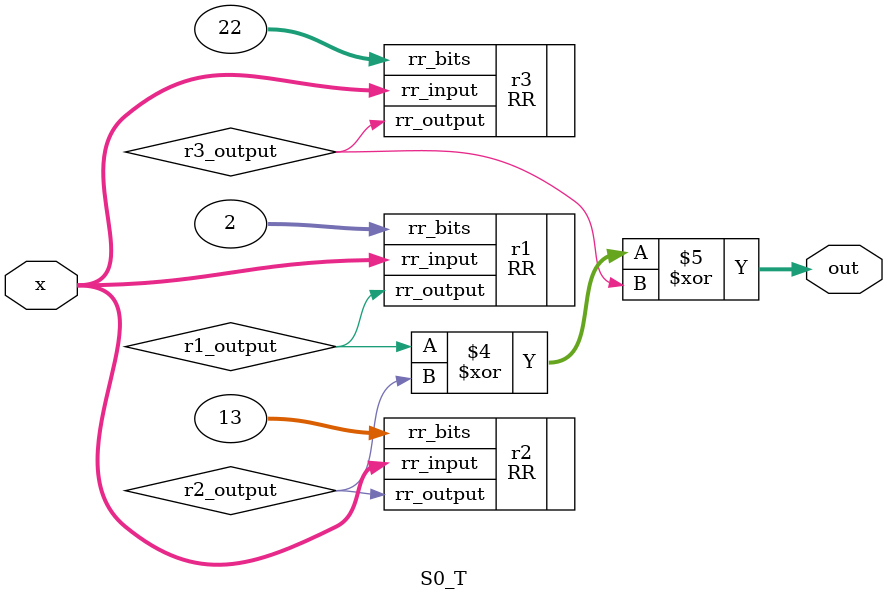
<source format=v>
module S0_T(
	input [31:0] x,
	output [31:0] out
);

wire r1_output, r2_output, r3_output;

RR r1(.rr_input(x),
	.rr_output(r1_output),
	.rr_bits(2)
);

RR r2(.rr_input(x),
	.rr_output(r2_output),
	.rr_bits(13)
);

RR r3(.rr_input(x),
	.rr_output(r3_output),
	.rr_bits(22)
);

assign out = r1_output ^ r2_output ^ r3_output;

endmodule
</source>
